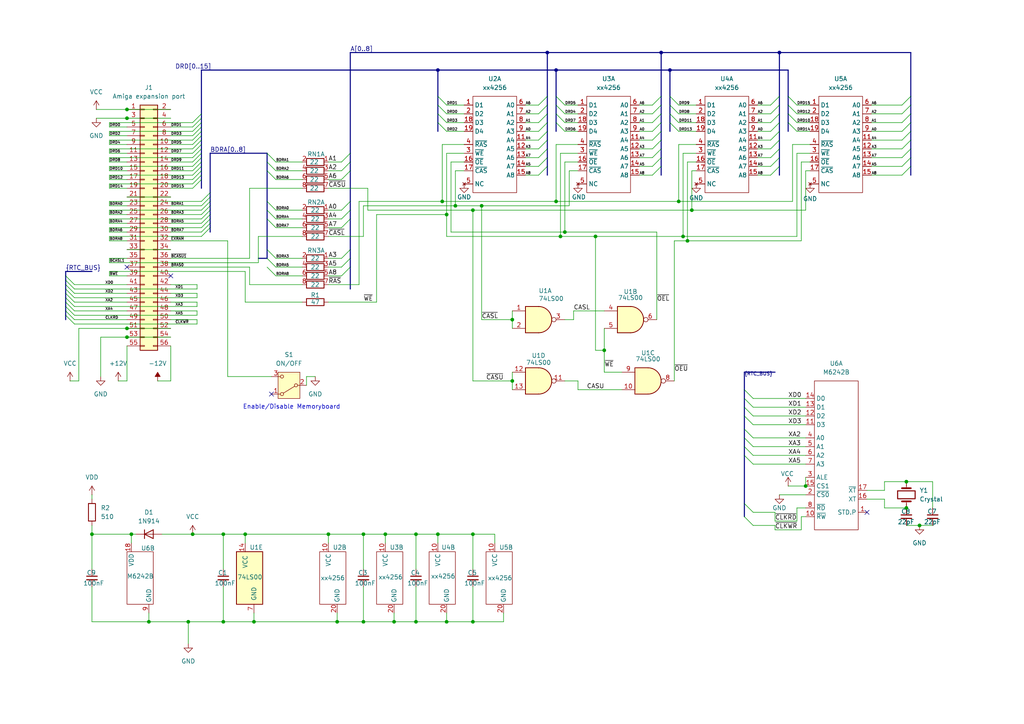
<source format=kicad_sch>
(kicad_sch (version 20250114) (generator "eeschema") (generator_version "9.0")
  (paper "A4")
  (title_block (title "Ashcom 512Kb expansion card for an Amiga 500") (date "2025-07-23") (rev "1") (comment 1 "Schematic reverse engineered from an Ashcom PCB"))
  (bus_alias "RTC_BUS" (members "XD0" "XD1" "XD2" "XD3" "XA2" "XA3" "XA4" "XA5" "~{CLKRD}" "~{CLKWR}"))
  (text "Enable/Disable Memoryboard" (at 84.582 118.11 0) (effects (font (size 1.27 1.27))))
  (junction (at 199.39 69.85))
  (junction (at 114.3 180.34))
  (junction (at 175.26 101.6))
  (junction (at 127 154.94))
  (junction (at 132.08 59.69))
  (junction (at 36.83 95.25))
  (junction (at 111.76 154.94))
  (junction (at 196.85 58.42))
  (junction (at 137.16 154.94))
  (junction (at 55.88 154.94))
  (junction (at 64.77 154.94))
  (junction (at 137.16 180.34))
  (junction (at 95.25 154.94))
  (junction (at 139.7 59.69))
  (junction (at 137.16 60.96))
  (junction (at 148.59 92.71))
  (junction (at 120.65 180.34))
  (junction (at 266.7 152.4))
  (junction (at 161.29 20.32))
  (junction (at 161.29 58.42))
  (junction (at 262.89 147.32))
  (junction (at 36.83 34.29))
  (junction (at 172.72 68.58))
  (junction (at 198.12 68.58))
  (junction (at 71.12 154.94))
  (junction (at 129.54 62.23))
  (junction (at 194.31 20.32))
  (junction (at 36.83 31.75))
  (junction (at 129.54 180.34))
  (junction (at 233.68 140.97))
  (junction (at 38.1 154.94))
  (junction (at 162.56 68.58))
  (junction (at 97.79 180.34))
  (junction (at 54.61 180.34))
  (junction (at 36.83 97.79))
  (junction (at 128.27 58.42))
  (junction (at 43.18 180.34))
  (junction (at 120.65 154.94))
  (junction (at 148.59 110.49))
  (junction (at 105.41 154.94))
  (junction (at 64.77 180.34))
  (junction (at 158.75 15.24))
  (junction (at 226.06 15.24))
  (junction (at 262.89 139.7))
  (junction (at 163.83 67.31))
  (junction (at 127 20.32))
  (junction (at 105.41 180.34))
  (junction (at 26.67 154.94))
  (junction (at 191.77 15.24))
  (junction (at 73.66 180.34))
  (junction (at 200.66 60.96))
  (no_connect (at 251.46 148.59))
  (no_connect (at 36.83 77.47))
  (no_connect (at 78.74 114.3))
  (no_connect (at 49.53 80.01))
  (bus_entry (at 60.96 64.77) (size -2.54 2.54))
  (bus_entry (at 191.77 30.48) (size -2.54 2.54))
  (bus_entry (at 228.6 30.48) (size 2.54 2.54))
  (bus_entry (at 215.9 115.57) (size 2.54 2.54))
  (bus_entry (at 77.47 72.39) (size 2.54 2.54))
  (bus_entry (at 228.6 33.02) (size 2.54 2.54))
  (bus_entry (at 19.05 82.55) (size 2.54 2.54))
  (bus_entry (at 58.42 34.29) (size -2.54 2.54))
  (bus_entry (at 226.06 40.64) (size -2.54 2.54))
  (bus_entry (at 60.96 59.69) (size -2.54 2.54))
  (bus_entry (at 158.75 43.18) (size -2.54 2.54))
  (bus_entry (at 194.31 27.94) (size 2.54 2.54))
  (bus_entry (at 60.96 66.04) (size -2.54 2.54))
  (bus_entry (at 19.05 83.82) (size 2.54 2.54))
  (bus_entry (at 264.16 43.18) (size -2.54 2.54))
  (bus_entry (at 228.6 27.94) (size 2.54 2.54))
  (bus_entry (at 215.9 132.08) (size 2.54 2.54))
  (bus_entry (at 264.16 40.64) (size -2.54 2.54))
  (bus_entry (at 58.42 39.37) (size -2.54 2.54))
  (bus_entry (at 226.06 33.02) (size -2.54 2.54))
  (bus_entry (at 191.77 35.56) (size -2.54 2.54))
  (bus_entry (at 264.16 27.94) (size -2.54 2.54))
  (bus_entry (at 226.06 35.56) (size -2.54 2.54))
  (bus_entry (at 215.9 129.54) (size 2.54 2.54))
  (bus_entry (at 58.42 40.64) (size -2.54 2.54))
  (bus_entry (at 101.6 60.96) (size -2.54 2.54))
  (bus_entry (at 215.9 124.46) (size 2.54 2.54))
  (bus_entry (at 101.6 77.47) (size -2.54 2.54))
  (bus_entry (at 60.96 60.96) (size -2.54 2.54))
  (bus_entry (at 19.05 81.28) (size 2.54 2.54))
  (bus_entry (at 58.42 43.18) (size -2.54 2.54))
  (bus_entry (at 158.75 48.26) (size -2.54 2.54))
  (bus_entry (at 264.16 33.02) (size -2.54 2.54))
  (bus_entry (at 191.77 40.64) (size -2.54 2.54))
  (bus_entry (at 58.42 36.83) (size -2.54 2.54))
  (bus_entry (at 161.29 30.48) (size 2.54 2.54))
  (bus_entry (at 226.06 30.48) (size -2.54 2.54))
  (bus_entry (at 19.05 80.01) (size 2.54 2.54))
  (bus_entry (at 77.47 77.47) (size 2.54 2.54))
  (bus_entry (at 58.42 35.56) (size -2.54 2.54))
  (bus_entry (at 215.9 118.11) (size 2.54 2.54))
  (bus_entry (at 264.16 45.72) (size -2.54 2.54))
  (bus_entry (at 77.47 58.42) (size 2.54 2.54))
  (bus_entry (at 60.96 62.23) (size -2.54 2.54))
  (bus_entry (at 191.77 48.26) (size -2.54 2.54))
  (bus_entry (at 191.77 27.94) (size -2.54 2.54))
  (bus_entry (at 19.05 90.17) (size 2.54 2.54))
  (bus_entry (at 194.31 35.56) (size 2.54 2.54))
  (bus_entry (at 194.31 33.02) (size 2.54 2.54))
  (bus_entry (at 101.6 46.99) (size -2.54 2.54))
  (bus_entry (at 19.05 88.9) (size 2.54 2.54))
  (bus_entry (at 58.42 45.72) (size -2.54 2.54))
  (bus_entry (at 101.6 44.45) (size -2.54 2.54))
  (bus_entry (at 19.05 85.09) (size 2.54 2.54))
  (bus_entry (at 194.31 30.48) (size 2.54 2.54))
  (bus_entry (at 77.47 63.5) (size 2.54 2.54))
  (bus_entry (at 158.75 27.94) (size -2.54 2.54))
  (bus_entry (at 60.96 57.15) (size -2.54 2.54))
  (bus_entry (at 226.06 27.94) (size -2.54 2.54))
  (bus_entry (at 215.9 113.03) (size 2.54 2.54))
  (bus_entry (at 191.77 45.72) (size -2.54 2.54))
  (bus_entry (at 60.96 63.5) (size -2.54 2.54))
  (bus_entry (at 264.16 38.1) (size -2.54 2.54))
  (bus_entry (at 161.29 33.02) (size 2.54 2.54))
  (bus_entry (at 58.42 44.45) (size -2.54 2.54))
  (bus_entry (at 158.75 38.1) (size -2.54 2.54))
  (bus_entry (at 158.75 30.48) (size -2.54 2.54))
  (bus_entry (at 58.42 41.91) (size -2.54 2.54))
  (bus_entry (at 101.6 58.42) (size -2.54 2.54))
  (bus_entry (at 77.47 49.53) (size 2.54 2.54))
  (bus_entry (at 215.9 149.86) (size 2.54 2.54))
  (bus_entry (at 58.42 33.02) (size -2.54 2.54))
  (bus_entry (at 58.42 48.26) (size -2.54 2.54))
  (bus_entry (at 226.06 45.72) (size -2.54 2.54))
  (bus_entry (at 58.42 38.1) (size -2.54 2.54))
  (bus_entry (at 127 27.94) (size 2.54 2.54))
  (bus_entry (at 161.29 35.56) (size 2.54 2.54))
  (bus_entry (at 158.75 33.02) (size -2.54 2.54))
  (bus_entry (at 77.47 44.45) (size 2.54 2.54))
  (bus_entry (at 264.16 30.48) (size -2.54 2.54))
  (bus_entry (at 58.42 50.8) (size -2.54 2.54))
  (bus_entry (at 191.77 33.02) (size -2.54 2.54))
  (bus_entry (at 191.77 43.18) (size -2.54 2.54))
  (bus_entry (at 215.9 120.65) (size 2.54 2.54))
  (bus_entry (at 58.42 46.99) (size -2.54 2.54))
  (bus_entry (at 226.06 43.18) (size -2.54 2.54))
  (bus_entry (at 127 33.02) (size 2.54 2.54))
  (bus_entry (at 77.47 46.99) (size 2.54 2.54))
  (bus_entry (at 161.29 27.94) (size 2.54 2.54))
  (bus_entry (at 158.75 35.56) (size -2.54 2.54))
  (bus_entry (at 101.6 49.53) (size -2.54 2.54))
  (bus_entry (at 77.47 60.96) (size 2.54 2.54))
  (bus_entry (at 60.96 58.42) (size -2.54 2.54))
  (bus_entry (at 77.47 74.93) (size 2.54 2.54))
  (bus_entry (at 58.42 52.07) (size -2.54 2.54))
  (bus_entry (at 19.05 86.36) (size 2.54 2.54))
  (bus_entry (at 127 30.48) (size 2.54 2.54))
  (bus_entry (at 264.16 48.26) (size -2.54 2.54))
  (bus_entry (at 215.9 127) (size 2.54 2.54))
  (bus_entry (at 215.9 146.05) (size 2.54 2.54))
  (bus_entry (at 60.96 55.88) (size -2.54 2.54))
  (bus_entry (at 58.42 49.53) (size -2.54 2.54))
  (bus_entry (at 19.05 87.63) (size 2.54 2.54))
  (bus_entry (at 158.75 40.64) (size -2.54 2.54))
  (bus_entry (at 228.6 35.56) (size 2.54 2.54))
  (bus_entry (at 101.6 74.93) (size -2.54 2.54))
  (bus_entry (at 264.16 35.56) (size -2.54 2.54))
  (bus_entry (at 191.77 38.1) (size -2.54 2.54))
  (bus_entry (at 226.06 38.1) (size -2.54 2.54))
  (bus_entry (at 158.75 45.72) (size -2.54 2.54))
  (bus_entry (at 101.6 72.39) (size -2.54 2.54))
  (bus_entry (at 101.6 63.5) (size -2.54 2.54))
  (bus_entry (at 19.05 91.44) (size 2.54 2.54))
  (bus_entry (at 127 35.56) (size 2.54 2.54))
  (bus_entry (at 226.06 48.26) (size -2.54 2.54))
  (bus (pts (xy 19.05 83.82) (xy 19.05 85.09)))
  (bus (pts (xy 58.42 34.29) (xy 58.42 35.56)))
  (wire (pts (xy 196.85 41.91) (xy 201.93 41.91)))
  (wire (pts (xy 31.75 66.04) (xy 31.75 67.31)))
  (bus (pts (xy 264.16 48.26) (xy 264.16 50.8)))
  (wire (pts (xy 232.41 46.99) (xy 234.95 46.99)))
  (wire (pts (xy 172.72 68.58) (xy 198.12 68.58)))
  (wire (pts (xy 31.75 39.37) (xy 36.83 39.37)))
  (bus (pts (xy 161.29 30.48) (xy 161.29 33.02)))
  (wire (pts (xy 232.41 149.86) (xy 233.68 149.86)))
  (wire (pts (xy 66.04 69.85) (xy 49.53 69.85)))
  (wire (pts (xy 31.75 35.56) (xy 31.75 36.83)))
  (wire (pts (xy 120.65 180.34) (xy 129.54 180.34)))
  (bus (pts (xy 264.16 35.56) (xy 264.16 38.1)))
  (wire (pts (xy 55.88 154.94) (xy 64.77 154.94)))
  (wire (pts (xy 163.83 92.71) (xy 166.37 92.71)))
  (bus (pts (xy 77.47 72.39) (xy 77.47 63.5)))
  (wire (pts (xy 31.75 68.58) (xy 31.75 69.85)))
  (bus (pts (xy 60.96 55.88) (xy 60.96 57.15)))
  (wire (pts (xy 21.59 88.9) (xy 57.15 88.9)))
  (wire (pts (xy 231.14 147.32) (xy 233.68 147.32)))
  (wire (pts (xy 26.67 170.18) (xy 26.67 180.34)))
  (wire (pts (xy 31.75 59.69) (xy 31.75 58.42)))
  (wire (pts (xy 252.73 30.48) (xy 261.62 30.48)))
  (bus (pts (xy 215.9 107.95) (xy 215.9 113.03)))
  (wire (pts (xy 55.88 48.26) (xy 31.75 48.26)))
  (wire (pts (xy 72.39 77.47) (xy 72.39 82.55)))
  (wire (pts (xy 49.53 62.23) (xy 58.42 62.23)))
  (wire (pts (xy 36.83 74.93) (xy 31.75 74.93)))
  (wire (pts (xy 71.12 154.94) (xy 95.25 154.94)))
  (bus (pts (xy 264.16 15.24) (xy 264.16 27.94)))
  (wire (pts (xy 120.65 154.94) (xy 127 154.94)))
  (bus (pts (xy 158.75 45.72) (xy 158.75 48.26)))
  (wire (pts (xy 36.83 97.79) (xy 49.53 97.79)))
  (bus (pts (xy 215.9 127) (xy 215.9 129.54)))
  (wire (pts (xy 21.59 90.17) (xy 36.83 90.17)))
  (wire (pts (xy 49.53 64.77) (xy 58.42 64.77)))
  (wire (pts (xy 148.59 90.17) (xy 148.59 92.71)))
  (wire (pts (xy 199.39 69.85) (xy 232.41 69.85)))
  (wire (pts (xy 185.42 40.64) (xy 189.23 40.64)))
  (wire (pts (xy 152.4 50.8) (xy 156.21 50.8)))
  (wire (pts (xy 31.75 63.5) (xy 31.75 64.77)))
  (wire (pts (xy 55.88 38.1) (xy 31.75 38.1)))
  (wire (pts (xy 95.25 82.55) (xy 104.14 82.55)))
  (wire (pts (xy 36.83 31.75) (xy 49.53 31.75)))
  (wire (pts (xy 21.59 83.82) (xy 57.15 83.82)))
  (wire (pts (xy 218.44 120.65) (xy 233.68 120.65)))
  (wire (pts (xy 49.53 52.07) (xy 55.88 52.07)))
  (bus (pts (xy 58.42 43.18) (xy 58.42 44.45)))
  (bus (pts (xy 215.9 124.46) (xy 215.9 127)))
  (bus (pts (xy 226.06 45.72) (xy 226.06 48.26)))
  (wire (pts (xy 234.95 49.53) (xy 233.68 49.53)))
  (wire (pts (xy 196.85 58.42) (xy 229.87 58.42)))
  (bus (pts (xy 77.47 60.96) (xy 77.47 63.5)))
  (wire (pts (xy 49.53 110.49) (xy 49.53 100.33)))
  (bus (pts (xy 77.47 46.99) (xy 77.47 44.45)))
  (wire (pts (xy 55.88 35.56) (xy 31.75 35.56)))
  (wire (pts (xy 57.15 83.82) (xy 57.15 82.55)))
  (wire (pts (xy 38.1 154.94) (xy 38.1 157.48)))
  (wire (pts (xy 105.41 59.69) (xy 105.41 68.58)))
  (wire (pts (xy 256.54 144.78) (xy 256.54 147.32)))
  (wire (pts (xy 21.59 93.98) (xy 57.15 93.98)))
  (bus (pts (xy 191.77 48.26) (xy 191.77 50.8)))
  (wire (pts (xy 175.26 95.25) (xy 175.26 101.6)))
  (wire (pts (xy 120.65 154.94) (xy 120.65 165.1)))
  (wire (pts (xy 196.85 33.02) (xy 201.93 33.02)))
  (wire (pts (xy 129.54 177.8) (xy 129.54 180.34)))
  (wire (pts (xy 256.54 139.7) (xy 262.89 139.7)))
  (wire (pts (xy 31.75 67.31) (xy 36.83 67.31)))
  (wire (pts (xy 104.14 82.55) (xy 104.14 58.42)))
  (bus (pts (xy 127 20.32) (xy 127 27.94)))
  (wire (pts (xy 55.88 45.72) (xy 31.75 45.72)))
  (wire (pts (xy 137.16 110.49) (xy 148.59 110.49)))
  (wire (pts (xy 80.01 66.04) (xy 87.63 66.04)))
  (wire (pts (xy 114.3 177.8) (xy 114.3 180.34)))
  (wire (pts (xy 26.67 154.94) (xy 26.67 165.1)))
  (wire (pts (xy 137.16 154.94) (xy 137.16 165.1)))
  (bus (pts (xy 101.6 74.93) (xy 101.6 72.39)))
  (bus (pts (xy 58.42 44.45) (xy 58.42 45.72)))
  (wire (pts (xy 31.75 40.64) (xy 31.75 41.91)))
  (bus (pts (xy 58.42 40.64) (xy 58.42 41.91)))
  (wire (pts (xy 109.22 62.23) (xy 129.54 62.23)))
  (wire (pts (xy 57.15 86.36) (xy 57.15 85.09)))
  (wire (pts (xy 72.39 54.61) (xy 87.63 54.61)))
  (wire (pts (xy 49.53 49.53) (xy 55.88 49.53)))
  (wire (pts (xy 31.75 52.07) (xy 36.83 52.07)))
  (wire (pts (xy 148.59 110.49) (xy 148.59 113.03)))
  (wire (pts (xy 66.04 69.85) (xy 66.04 109.22)))
  (bus (pts (xy 60.96 59.69) (xy 60.96 60.96)))
  (wire (pts (xy 20.32 110.49) (xy 22.86 110.49)))
  (wire (pts (xy 252.73 43.18) (xy 261.62 43.18)))
  (wire (pts (xy 190.5 67.31) (xy 163.83 67.31)))
  (wire (pts (xy 162.56 44.45) (xy 162.56 68.58)))
  (bus (pts (xy 58.42 45.72) (xy 58.42 46.99)))
  (bus (pts (xy 191.77 33.02) (xy 191.77 35.56)))
  (wire (pts (xy 231.14 151.13) (xy 231.14 147.32)))
  (wire (pts (xy 218.44 152.4) (xy 224.79 152.4)))
  (wire (pts (xy 26.67 144.78) (xy 26.67 143.51)))
  (wire (pts (xy 21.59 85.09) (xy 36.83 85.09)))
  (wire (pts (xy 80.01 74.93) (xy 87.63 74.93)))
  (wire (pts (xy 31.75 36.83) (xy 36.83 36.83)))
  (wire (pts (xy 49.53 41.91) (xy 55.88 41.91)))
  (bus (pts (xy 19.05 87.63) (xy 19.05 88.9)))
  (wire (pts (xy 31.75 78.74) (xy 71.12 78.74)))
  (wire (pts (xy 54.61 180.34) (xy 64.77 180.34)))
  (bus (pts (xy 19.05 85.09) (xy 19.05 86.36)))
  (wire (pts (xy 38.1 154.94) (xy 39.37 154.94)))
  (wire (pts (xy 58.42 68.58) (xy 31.75 68.58)))
  (bus (pts (xy 228.6 20.32) (xy 228.6 27.94)))
  (wire (pts (xy 95.25 154.94) (xy 95.25 157.48)))
  (wire (pts (xy 57.15 93.98) (xy 57.15 92.71)))
  (wire (pts (xy 120.65 180.34) (xy 114.3 180.34)))
  (wire (pts (xy 137.16 180.34) (xy 129.54 180.34)))
  (wire (pts (xy 163.83 38.1) (xy 167.64 38.1)))
  (bus (pts (xy 264.16 30.48) (xy 264.16 33.02)))
  (bus (pts (xy 226.06 15.24) (xy 264.16 15.24)))
  (bus (pts (xy 215.9 146.05) (xy 215.9 149.86)))
  (wire (pts (xy 233.68 138.43) (xy 233.68 140.97)))
  (wire (pts (xy 80.01 77.47) (xy 87.63 77.47)))
  (wire (pts (xy 95.25 49.53) (xy 99.06 49.53)))
  (wire (pts (xy 97.79 177.8) (xy 97.79 180.34)))
  (wire (pts (xy 36.83 57.15) (xy 49.53 57.15)))
  (wire (pts (xy 43.18 180.34) (xy 54.61 180.34)))
  (wire (pts (xy 161.29 58.42) (xy 196.85 58.42)))
  (wire (pts (xy 31.75 60.96) (xy 31.75 62.23)))
  (bus (pts (xy 191.77 43.18) (xy 191.77 45.72)))
  (wire (pts (xy 80.01 80.01) (xy 87.63 80.01)))
  (wire (pts (xy 57.15 91.44) (xy 57.15 90.17)))
  (wire (pts (xy 199.39 46.99) (xy 199.39 69.85)))
  (wire (pts (xy 74.93 76.2) (xy 74.93 68.58)))
  (wire (pts (xy 31.75 64.77) (xy 36.83 64.77)))
  (bus (pts (xy 58.42 52.07) (xy 58.42 54.61)))
  (wire (pts (xy 148.59 92.71) (xy 148.59 95.25)))
  (wire (pts (xy 219.71 30.48) (xy 223.52 30.48)))
  (bus (pts (xy 60.96 60.96) (xy 60.96 62.23)))
  (wire (pts (xy 120.65 154.94) (xy 111.76 154.94)))
  (wire (pts (xy 95.25 80.01) (xy 99.06 80.01)))
  (wire (pts (xy 49.53 74.93) (xy 72.39 74.93)))
  (wire (pts (xy 161.29 58.42) (xy 161.29 41.91)))
  (wire (pts (xy 80.01 52.07) (xy 87.63 52.07)))
  (bus (pts (xy 101.6 46.99) (xy 101.6 44.45)))
  (bus (pts (xy 101.6 63.5) (xy 101.6 60.96)))
  (wire (pts (xy 22.86 110.49) (xy 22.86 95.25)))
  (wire (pts (xy 95.25 63.5) (xy 99.06 63.5)))
  (bus (pts (xy 161.29 27.94) (xy 161.29 30.48)))
  (bus (pts (xy 191.77 27.94) (xy 191.77 30.48)))
  (wire (pts (xy 185.42 35.56) (xy 189.23 35.56)))
  (wire (pts (xy 49.53 36.83) (xy 55.88 36.83)))
  (wire (pts (xy 43.18 180.34) (xy 43.18 177.8)))
  (bus (pts (xy 101.6 58.42) (xy 101.6 49.53)))
  (wire (pts (xy 251.46 142.24) (xy 256.54 142.24)))
  (wire (pts (xy 198.12 44.45) (xy 201.93 44.45)))
  (wire (pts (xy 231.14 35.56) (xy 234.95 35.56)))
  (wire (pts (xy 106.68 60.96) (xy 106.68 54.61)))
  (bus (pts (xy 158.75 43.18) (xy 158.75 45.72)))
  (bus (pts (xy 228.6 30.48) (xy 228.6 33.02)))
  (wire (pts (xy 231.14 44.45) (xy 234.95 44.45)))
  (bus (pts (xy 58.42 48.26) (xy 58.42 49.53)))
  (bus (pts (xy 191.77 15.24) (xy 226.06 15.24)))
  (bus (pts (xy 215.9 113.03) (xy 215.9 115.57)))
  (bus (pts (xy 58.42 35.56) (xy 58.42 36.83)))
  (wire (pts (xy 134.62 46.99) (xy 130.81 46.99)))
  (bus (pts (xy 264.16 45.72) (xy 264.16 48.26)))
  (wire (pts (xy 218.44 134.62) (xy 233.68 134.62)))
  (wire (pts (xy 95.25 66.04) (xy 99.06 66.04)))
  (wire (pts (xy 49.53 85.09) (xy 57.15 85.09)))
  (wire (pts (xy 71.12 78.74) (xy 71.12 87.63)))
  (bus (pts (xy 215.9 120.65) (xy 215.9 124.46)))
  (wire (pts (xy 95.25 52.07) (xy 99.06 52.07)))
  (wire (pts (xy 31.75 54.61) (xy 36.83 54.61)))
  (wire (pts (xy 198.12 68.58) (xy 231.14 68.58)))
  (bus (pts (xy 264.16 38.1) (xy 264.16 40.64)))
  (wire (pts (xy 57.15 88.9) (xy 57.15 87.63)))
  (bus (pts (xy 228.6 27.94) (xy 228.6 30.48)))
  (wire (pts (xy 251.46 144.78) (xy 256.54 144.78)))
  (wire (pts (xy 218.44 132.08) (xy 233.68 132.08)))
  (wire (pts (xy 146.05 180.34) (xy 137.16 180.34)))
  (bus (pts (xy 194.31 20.32) (xy 194.31 27.94)))
  (wire (pts (xy 152.4 43.18) (xy 156.21 43.18)))
  (wire (pts (xy 105.41 180.34) (xy 114.3 180.34)))
  (wire (pts (xy 55.88 154.94) (xy 46.99 154.94)))
  (bus (pts (xy 226.06 35.56) (xy 226.06 38.1)))
  (wire (pts (xy 219.71 38.1) (xy 223.52 38.1)))
  (wire (pts (xy 198.12 44.45) (xy 198.12 68.58)))
  (wire (pts (xy 49.53 59.69) (xy 58.42 59.69)))
  (wire (pts (xy 129.54 44.45) (xy 129.54 62.23)))
  (wire (pts (xy 139.7 59.69) (xy 139.7 92.71)))
  (wire (pts (xy 54.61 180.34) (xy 54.61 186.69)))
  (wire (pts (xy 64.77 170.18) (xy 64.77 180.34)))
  (wire (pts (xy 132.08 59.69) (xy 139.7 59.69)))
  (wire (pts (xy 231.14 33.02) (xy 234.95 33.02)))
  (wire (pts (xy 80.01 63.5) (xy 87.63 63.5)))
  (wire (pts (xy 148.59 107.95) (xy 148.59 110.49)))
  (wire (pts (xy 31.75 46.99) (xy 36.83 46.99)))
  (bus (pts (xy 158.75 33.02) (xy 158.75 35.56)))
  (bus (pts (xy 77.47 72.39) (xy 77.47 74.93)))
  (bus (pts (xy 215.9 129.54) (xy 215.9 132.08)))
  (bus (pts (xy 158.75 27.94) (xy 158.75 30.48)))
  (wire (pts (xy 200.66 60.96) (xy 233.68 60.96)))
  (bus (pts (xy 127 30.48) (xy 127 33.02)))
  (wire (pts (xy 31.75 38.1) (xy 31.75 39.37)))
  (wire (pts (xy 224.79 148.59) (xy 224.79 151.13)))
  (wire (pts (xy 120.65 170.18) (xy 120.65 180.34)))
  (wire (pts (xy 190.5 92.71) (xy 190.5 67.31)))
  (wire (pts (xy 139.7 92.71) (xy 148.59 92.71)))
  (bus (pts (xy 191.77 35.56) (xy 191.77 38.1)))
  (bus (pts (xy 191.77 15.24) (xy 191.77 27.94)))
  (bus (pts (xy 77.47 44.45) (xy 60.96 44.45)))
  (wire (pts (xy 49.53 39.37) (xy 55.88 39.37)))
  (bus (pts (xy 226.06 40.64) (xy 226.06 43.18)))
  (wire (pts (xy 152.4 45.72) (xy 156.21 45.72)))
  (wire (pts (xy 218.44 127) (xy 233.68 127)))
  (wire (pts (xy 49.53 67.31) (xy 58.42 67.31)))
  (wire (pts (xy 71.12 154.94) (xy 71.12 157.48)))
  (wire (pts (xy 97.79 180.34) (xy 105.41 180.34)))
  (wire (pts (xy 143.51 154.94) (xy 143.51 157.48)))
  (bus (pts (xy 215.9 132.08) (xy 215.9 146.05)))
  (wire (pts (xy 128.27 58.42) (xy 161.29 58.42)))
  (wire (pts (xy 88.9 111.76) (xy 88.9 109.22)))
  (wire (pts (xy 36.83 80.01) (xy 31.75 80.01)))
  (wire (pts (xy 218.44 148.59) (xy 224.79 148.59)))
  (wire (pts (xy 163.83 35.56) (xy 167.64 35.56)))
  (wire (pts (xy 232.41 153.67) (xy 232.41 149.86)))
  (wire (pts (xy 165.1 59.69) (xy 165.1 49.53)))
  (wire (pts (xy 49.53 82.55) (xy 57.15 82.55)))
  (wire (pts (xy 219.71 50.8) (xy 223.52 50.8)))
  (wire (pts (xy 172.72 68.58) (xy 172.72 101.6)))
  (wire (pts (xy 31.75 76.2) (xy 74.93 76.2)))
  (wire (pts (xy 49.53 46.99) (xy 55.88 46.99)))
  (bus (pts (xy 127 35.56) (xy 127 38.1)))
  (bus (pts (xy 127 20.32) (xy 161.29 20.32)))
  (bus (pts (xy 264.16 33.02) (xy 264.16 35.56)))
  (wire (pts (xy 58.42 60.96) (xy 31.75 60.96)))
  (wire (pts (xy 95.25 87.63) (xy 109.22 87.63)))
  (bus (pts (xy 215.9 107.95) (xy 224.79 107.95)))
  (wire (pts (xy 218.44 118.11) (xy 233.68 118.11)))
  (wire (pts (xy 199.39 46.99) (xy 201.93 46.99)))
  (wire (pts (xy 196.85 35.56) (xy 201.93 35.56)))
  (wire (pts (xy 129.54 68.58) (xy 162.56 68.58)))
  (wire (pts (xy 88.9 109.22) (xy 91.44 109.22)))
  (wire (pts (xy 146.05 180.34) (xy 146.05 177.8)))
  (wire (pts (xy 109.22 87.63) (xy 109.22 62.23)))
  (wire (pts (xy 165.1 49.53) (xy 167.64 49.53)))
  (bus (pts (xy 58.42 33.02) (xy 58.42 34.29)))
  (wire (pts (xy 200.66 49.53) (xy 200.66 60.96)))
  (wire (pts (xy 66.04 109.22) (xy 78.74 109.22)))
  (wire (pts (xy 256.54 147.32) (xy 262.89 147.32)))
  (wire (pts (xy 231.14 30.48) (xy 234.95 30.48)))
  (wire (pts (xy 21.59 92.71) (xy 36.83 92.71)))
  (bus (pts (xy 215.9 118.11) (xy 215.9 120.65)))
  (bus (pts (xy 226.06 27.94) (xy 226.06 30.48)))
  (wire (pts (xy 31.75 43.18) (xy 31.75 44.45)))
  (wire (pts (xy 196.85 30.48) (xy 201.93 30.48)))
  (bus (pts (xy 77.47 49.53) (xy 77.47 46.99)))
  (wire (pts (xy 262.89 139.7) (xy 270.51 139.7)))
  (wire (pts (xy 31.75 58.42) (xy 58.42 58.42)))
  (wire (pts (xy 74.93 68.58) (xy 87.63 68.58)))
  (wire (pts (xy 127 154.94) (xy 127 157.48)))
  (bus (pts (xy 264.16 27.94) (xy 264.16 30.48)))
  (wire (pts (xy 36.83 72.39) (xy 49.53 72.39)))
  (wire (pts (xy 229.87 41.91) (xy 234.95 41.91)))
  (bus (pts (xy 161.29 20.32) (xy 194.31 20.32)))
  (bus (pts (xy 161.29 33.02) (xy 161.29 35.56)))
  (wire (pts (xy 104.14 58.42) (xy 128.27 58.42)))
  (wire (pts (xy 152.4 48.26) (xy 156.21 48.26)))
  (bus (pts (xy 194.31 27.94) (xy 194.31 30.48)))
  (bus (pts (xy 264.16 43.18) (xy 264.16 45.72)))
  (wire (pts (xy 232.41 69.85) (xy 232.41 46.99)))
  (bus (pts (xy 60.96 66.04) (xy 60.96 67.31)))
  (wire (pts (xy 129.54 38.1) (xy 134.62 38.1)))
  (wire (pts (xy 219.71 43.18) (xy 223.52 43.18)))
  (wire (pts (xy 166.37 92.71) (xy 166.37 90.17)))
  (wire (pts (xy 252.73 48.26) (xy 261.62 48.26)))
  (bus (pts (xy 58.42 20.32) (xy 58.42 33.02)))
  (bus (pts (xy 77.47 74.93) (xy 74.93 74.93)))
  (wire (pts (xy 252.73 38.1) (xy 261.62 38.1)))
  (bus (pts (xy 58.42 39.37) (xy 58.42 40.64)))
  (wire (pts (xy 95.25 154.94) (xy 105.41 154.94)))
  (wire (pts (xy 231.14 68.58) (xy 231.14 44.45)))
  (wire (pts (xy 29.21 97.79) (xy 36.83 97.79)))
  (wire (pts (xy 130.81 67.31) (xy 163.83 67.31)))
  (wire (pts (xy 105.41 68.58) (xy 95.25 68.58)))
  (bus (pts (xy 77.47 58.42) (xy 77.47 49.53)))
  (wire (pts (xy 233.68 49.53) (xy 233.68 60.96)))
  (wire (pts (xy 80.01 60.96) (xy 87.63 60.96)))
  (wire (pts (xy 106.68 60.96) (xy 137.16 60.96)))
  (wire (pts (xy 128.27 41.91) (xy 134.62 41.91)))
  (wire (pts (xy 34.29 110.49) (xy 36.83 110.49)))
  (wire (pts (xy 64.77 154.94) (xy 71.12 154.94)))
  (bus (pts (xy 158.75 15.24) (xy 158.75 27.94)))
  (bus (pts (xy 19.05 90.17) (xy 19.05 91.44)))
  (wire (pts (xy 73.66 177.8) (xy 73.66 180.34)))
  (wire (pts (xy 99.06 46.99) (xy 95.25 46.99)))
  (wire (pts (xy 49.53 54.61) (xy 55.88 54.61)))
  (bus (pts (xy 191.77 38.1) (xy 191.77 40.64)))
  (wire (pts (xy 252.73 40.64) (xy 261.62 40.64)))
  (wire (pts (xy 31.75 50.8) (xy 31.75 52.07)))
  (bus (pts (xy 191.77 30.48) (xy 191.77 33.02)))
  (wire (pts (xy 31.75 69.85) (xy 36.83 69.85)))
  (wire (pts (xy 105.41 59.69) (xy 132.08 59.69)))
  (wire (pts (xy 252.73 33.02) (xy 261.62 33.02)))
  (wire (pts (xy 226.06 143.51) (xy 233.68 143.51)))
  (wire (pts (xy 72.39 82.55) (xy 87.63 82.55)))
  (bus (pts (xy 191.77 45.72) (xy 191.77 48.26)))
  (wire (pts (xy 31.75 80.01) (xy 31.75 78.74)))
  (wire (pts (xy 31.75 53.34) (xy 31.75 54.61)))
  (wire (pts (xy 256.54 142.24) (xy 256.54 139.7)))
  (wire (pts (xy 200.66 49.53) (xy 201.93 49.53)))
  (wire (pts (xy 152.4 38.1) (xy 156.21 38.1)))
  (wire (pts (xy 31.75 59.69) (xy 36.83 59.69)))
  (wire (pts (xy 219.71 33.02) (xy 223.52 33.02)))
  (bus (pts (xy 60.96 44.45) (xy 60.96 55.88)))
  (wire (pts (xy 132.08 59.69) (xy 132.08 49.53)))
  (wire (pts (xy 252.73 35.56) (xy 261.62 35.56)))
  (wire (pts (xy 31.75 62.23) (xy 36.83 62.23)))
  (wire (pts (xy 105.41 154.94) (xy 111.76 154.94)))
  (wire (pts (xy 45.72 110.49) (xy 49.53 110.49)))
  (wire (pts (xy 185.42 45.72) (xy 189.23 45.72)))
  (bus (pts (xy 158.75 30.48) (xy 158.75 33.02)))
  (wire (pts (xy 64.77 180.34) (xy 73.66 180.34)))
  (wire (pts (xy 139.7 59.69) (xy 165.1 59.69)))
  (bus (pts (xy 191.77 40.64) (xy 191.77 43.18)))
  (bus (pts (xy 226.06 15.24) (xy 226.06 27.94)))
  (wire (pts (xy 163.83 67.31) (xy 163.83 46.99)))
  (wire (pts (xy 129.54 44.45) (xy 134.62 44.45)))
  (wire (pts (xy 266.7 152.4) (xy 270.51 152.4)))
  (wire (pts (xy 167.64 110.49) (xy 167.64 113.03)))
  (wire (pts (xy 196.85 58.42) (xy 196.85 41.91)))
  (wire (pts (xy 129.54 35.56) (xy 134.62 35.56)))
  (wire (pts (xy 185.42 50.8) (xy 189.23 50.8)))
  (wire (pts (xy 196.85 38.1) (xy 201.93 38.1)))
  (wire (pts (xy 31.75 45.72) (xy 31.75 46.99)))
  (wire (pts (xy 152.4 30.48) (xy 156.21 30.48)))
  (bus (pts (xy 58.42 49.53) (xy 58.42 50.8)))
  (bus (pts (xy 58.42 20.32) (xy 127 20.32)))
  (wire (pts (xy 36.83 110.49) (xy 36.83 100.33)))
  (wire (pts (xy 185.42 33.02) (xy 189.23 33.02)))
  (bus (pts (xy 19.05 81.28) (xy 19.05 82.55)))
  (bus (pts (xy 226.06 33.02) (xy 226.06 35.56)))
  (wire (pts (xy 262.89 152.4) (xy 266.7 152.4)))
  (wire (pts (xy 128.27 58.42) (xy 128.27 41.91)))
  (bus (pts (xy 101.6 60.96) (xy 101.6 58.42)))
  (bus (pts (xy 19.05 80.01) (xy 19.05 81.28)))
  (bus (pts (xy 60.96 63.5) (xy 60.96 64.77)))
  (bus (pts (xy 101.6 44.45) (xy 101.6 15.24)))
  (wire (pts (xy 162.56 68.58) (xy 172.72 68.58)))
  (bus (pts (xy 19.05 82.55) (xy 19.05 83.82)))
  (wire (pts (xy 21.59 86.36) (xy 57.15 86.36)))
  (wire (pts (xy 270.51 139.7) (xy 270.51 147.32)))
  (wire (pts (xy 224.79 153.67) (xy 232.41 153.67)))
  (wire (pts (xy 152.4 33.02) (xy 156.21 33.02)))
  (wire (pts (xy 185.42 48.26) (xy 189.23 48.26)))
  (bus (pts (xy 158.75 40.64) (xy 158.75 43.18)))
  (wire (pts (xy 26.67 180.34) (xy 43.18 180.34)))
  (wire (pts (xy 137.16 60.96) (xy 200.66 60.96)))
  (wire (pts (xy 80.01 46.99) (xy 87.63 46.99)))
  (bus (pts (xy 60.96 57.15) (xy 60.96 58.42)))
  (bus (pts (xy 58.42 36.83) (xy 58.42 38.1)))
  (wire (pts (xy 219.71 40.64) (xy 223.52 40.64)))
  (wire (pts (xy 31.75 44.45) (xy 36.83 44.45)))
  (wire (pts (xy 49.53 44.45) (xy 55.88 44.45)))
  (wire (pts (xy 130.81 46.99) (xy 130.81 67.31)))
  (wire (pts (xy 49.53 77.47) (xy 72.39 77.47)))
  (wire (pts (xy 228.6 140.97) (xy 233.68 140.97)))
  (wire (pts (xy 219.71 48.26) (xy 223.52 48.26)))
  (wire (pts (xy 95.25 54.61) (xy 106.68 54.61)))
  (wire (pts (xy 163.83 33.02) (xy 167.64 33.02)))
  (bus (pts (xy 101.6 49.53) (xy 101.6 46.99)))
  (bus (pts (xy 194.31 20.32) (xy 228.6 20.32)))
  (wire (pts (xy 26.67 154.94) (xy 38.1 154.94)))
  (bus (pts (xy 161.29 20.32) (xy 161.29 27.94)))
  (bus (pts (xy 58.42 46.99) (xy 58.42 48.26)))
  (wire (pts (xy 143.51 154.94) (xy 137.16 154.94)))
  (wire (pts (xy 129.54 30.48) (xy 134.62 30.48)))
  (wire (pts (xy 163.83 110.49) (xy 167.64 110.49)))
  (bus (pts (xy 226.06 38.1) (xy 226.06 40.64)))
  (bus (pts (xy 264.16 40.64) (xy 264.16 43.18)))
  (wire (pts (xy 166.37 90.17) (xy 175.26 90.17)))
  (wire (pts (xy 55.88 50.8) (xy 31.75 50.8)))
  (bus (pts (xy 228.6 35.56) (xy 228.6 38.1)))
  (wire (pts (xy 229.87 58.42) (xy 229.87 41.91)))
  (bus (pts (xy 19.05 78.74) (xy 19.05 80.01)))
  (bus (pts (xy 158.75 48.26) (xy 158.75 50.8)))
  (wire (pts (xy 95.25 60.96) (xy 99.06 60.96)))
  (wire (pts (xy 71.12 87.63) (xy 87.63 87.63)))
  (wire (pts (xy 26.67 154.94) (xy 26.67 152.4)))
  (wire (pts (xy 195.58 69.85) (xy 195.58 110.49)))
  (bus (pts (xy 60.96 58.42) (xy 60.96 59.69)))
  (bus (pts (xy 226.06 30.48) (xy 226.06 33.02)))
  (bus (pts (xy 158.75 38.1) (xy 158.75 40.64)))
  (wire (pts (xy 64.77 154.94) (xy 64.77 165.1)))
  (wire (pts (xy 137.16 170.18) (xy 137.16 180.34)))
  (wire (pts (xy 21.59 87.63) (xy 36.83 87.63)))
  (bus (pts (xy 19.05 91.44) (xy 19.05 92.71)))
  (wire (pts (xy 105.41 154.94) (xy 105.41 165.1)))
  (wire (pts (xy 95.25 77.47) (xy 99.06 77.47)))
  (wire (pts (xy 31.75 48.26) (xy 31.75 49.53)))
  (wire (pts (xy 58.42 63.5) (xy 31.75 63.5)))
  (wire (pts (xy 218.44 115.57) (xy 233.68 115.57)))
  (wire (pts (xy 129.54 62.23) (xy 129.54 68.58)))
  (bus (pts (xy 58.42 41.91) (xy 58.42 43.18)))
  (wire (pts (xy 195.58 69.85) (xy 199.39 69.85)))
  (bus (pts (xy 127 27.94) (xy 127 30.48)))
  (wire (pts (xy 27.94 34.29) (xy 36.83 34.29)))
  (wire (pts (xy 152.4 35.56) (xy 156.21 35.56)))
  (wire (pts (xy 185.42 38.1) (xy 189.23 38.1)))
  (wire (pts (xy 58.42 66.04) (xy 31.75 66.04)))
  (wire (pts (xy 31.75 49.53) (xy 36.83 49.53)))
  (bus (pts (xy 158.75 35.56) (xy 158.75 38.1)))
  (wire (pts (xy 137.16 154.94) (xy 127 154.94)))
  (wire (pts (xy 175.26 107.95) (xy 180.34 107.95)))
  (bus (pts (xy 161.29 35.56) (xy 161.29 38.1)))
  (wire (pts (xy 105.41 170.18) (xy 105.41 180.34)))
  (bus (pts (xy 101.6 77.47) (xy 101.6 74.93)))
  (wire (pts (xy 137.16 60.96) (xy 137.16 110.49)))
  (bus (pts (xy 127 33.02) (xy 127 35.56)))
  (wire (pts (xy 49.53 92.71) (xy 57.15 92.71)))
  (wire (pts (xy 132.08 49.53) (xy 134.62 49.53)))
  (bus (pts (xy 60.96 64.77) (xy 60.96 66.04)))
  (wire (pts (xy 55.88 53.34) (xy 31.75 53.34)))
  (bus (pts (xy 226.06 43.18) (xy 226.06 45.72)))
  (wire (pts (xy 161.29 41.91) (xy 167.64 41.91)))
  (wire (pts (xy 167.64 44.45) (xy 162.56 44.45)))
  (bus (pts (xy 77.47 60.96) (xy 77.47 58.42)))
  (wire (pts (xy 185.42 43.18) (xy 189.23 43.18)))
  (wire (pts (xy 163.83 30.48) (xy 167.64 30.48)))
  (wire (pts (xy 218.44 129.54) (xy 233.68 129.54)))
  (bus (pts (xy 101.6 83.82) (xy 101.6 77.47)))
  (wire (pts (xy 55.88 40.64) (xy 31.75 40.64)))
  (wire (pts (xy 129.54 33.02) (xy 134.62 33.02)))
  (wire (pts (xy 36.83 34.29) (xy 49.53 34.29)))
  (wire (pts (xy 163.83 46.99) (xy 167.64 46.99)))
  (wire (pts (xy 252.73 45.72) (xy 261.62 45.72)))
  (wire (pts (xy 231.14 38.1) (xy 234.95 38.1)))
  (bus (pts (xy 19.05 86.36) (xy 19.05 87.63)))
  (wire (pts (xy 31.75 74.93) (xy 31.75 76.2)))
  (bus (pts (xy 58.42 38.1) (xy 58.42 39.37)))
  (bus (pts (xy 19.05 88.9) (xy 19.05 90.17)))
  (wire (pts (xy 72.39 74.93) (xy 72.39 54.61)))
  (wire (pts (xy 219.71 45.72) (xy 223.52 45.72)))
  (wire (pts (xy 36.83 95.25) (xy 49.53 95.25)))
  (wire (pts (xy 219.71 35.56) (xy 223.52 35.56)))
  (bus (pts (xy 60.96 62.23) (xy 60.96 63.5)))
  (bus (pts (xy 58.42 50.8) (xy 58.42 52.07)))
  (bus (pts (xy 101.6 15.24) (xy 158.75 15.24)))
  (wire (pts (xy 29.21 109.22) (xy 29.21 97.79)))
  (wire (pts (xy 152.4 40.64) (xy 156.21 40.64)))
  (wire (pts (xy 31.75 41.91) (xy 36.83 41.91)))
  (wire (pts (xy 224.79 151.13) (xy 231.14 151.13)))
  (wire (pts (xy 73.66 180.34) (xy 97.79 180.34)))
  (wire (pts (xy 95.25 74.93) (xy 99.06 74.93)))
  (bus (pts (xy 19.05 78.74) (xy 26.67 78.74)))
  (bus (pts (xy 101.6 72.39) (xy 101.6 63.5)))
  (wire (pts (xy 21.59 91.44) (xy 57.15 91.44)))
  (bus (pts (xy 194.31 33.02) (xy 194.31 35.56)))
  (wire (pts (xy 252.73 50.8) (xy 261.62 50.8)))
  (wire (pts (xy 27.94 31.75) (xy 36.83 31.75)))
  (wire (pts (xy 57.15 90.17) (xy 49.53 90.17)))
  (bus (pts (xy 215.9 115.57) (xy 215.9 118.11)))
  (wire (pts (xy 185.42 30.48) (xy 189.23 30.48)))
  (bus (pts (xy 194.31 30.48) (xy 194.31 33.02)))
  (wire (pts (xy 167.64 113.03) (xy 180.34 113.03)))
  (bus (pts (xy 228.6 33.02) (xy 228.6 35.56)))
  (wire (pts (xy 111.76 154.94) (xy 111.76 157.48)))
  (bus (pts (xy 158.75 15.24) (xy 191.77 15.24)))
  (bus (pts (xy 194.31 35.56) (xy 194.31 38.1)))
  (wire (pts (xy 55.88 43.18) (xy 31.75 43.18)))
  (wire (pts (xy 21.59 82.55) (xy 36.83 82.55)))
  (wire (pts (xy 175.26 101.6) (xy 175.26 107.95)))
  (wire (pts (xy 80.01 49.53) (xy 87.63 49.53)))
  (wire (pts (xy 224.79 152.4) (xy 224.79 153.67)))
  (wire (pts (xy 49.53 87.63) (xy 57.15 87.63)))
  (wire (pts (xy 22.86 95.25) (xy 36.83 95.25)))
  (wire (pts (xy 218.44 123.19) (xy 233.68 123.19)))
  (wire (pts (xy 172.72 101.6) (xy 175.26 101.6)))
  (bus (pts (xy 226.06 48.26) (xy 226.06 50.8)))
  (label "BDRA2" (at 80.01 49.53 0) (effects (font (size 0.762 0.762))))
  (label "A1" (at 152.4 35.56 0) (effects (font (size 0.762 0.762))))
  (label "A7" (at 219.71 45.72 0) (effects (font (size 0.762 0.762))))
  (label "DRD7" (at 163.83 35.56 0) (effects (font (size 0.762 0.762))))
  (label "{RTC_BUS}" (at 19.05 78.74 0))
  (label "XD0" (at 30.48 82.55 0) (effects (font (size 0.762 0.762))))
  (label "A6" (at 252.73 30.48 0) (effects (font (size 0.762 0.762))))
  (label "A0" (at 152.4 38.1 0) (effects (font (size 0.762 0.762))))
  (label "XA3" (at 228.6 129.54 0))
  (label "A2" (at 95.25 49.53 0))
  (label "BDRA[0..8]" (at 60.96 44.45 0))
  (label "~{RAS}" (at 95.25 82.55 0))
  (label "BDRA4" (at 80.01 63.5 0) (effects (font (size 0.762 0.762))))
  (label "~{WE}" (at 175.26 106.68 0))
  (label "DRD1" (at 49.53 36.83 0) (effects (font (size 0.762 0.762))))
  (label "A1" (at 219.71 35.56 0) (effects (font (size 0.762 0.762))))
  (label "~{CLKWR}" (at 50.8 93.98 0) (effects (font (size 0.762 0.762))))
  (label "CASU" (at 170.18 113.03 0))
  (label "DRD3" (at 49.53 39.37 0) (effects (font (size 0.762 0.762))))
  (label "DRD10" (at 31.75 49.53 0) (effects (font (size 0.762 0.762))))
  (label "DRD4" (at 163.83 33.02 0) (effects (font (size 0.762 0.762))))
  (label "A5" (at 252.73 48.26 0) (effects (font (size 0.762 0.762))))
  (label "A8" (at 95.25 80.01 0))
  (label "DRD8" (at 31.75 46.99 0) (effects (font (size 0.762 0.762))))
  (label "XA4" (at 228.6 132.08 0))
  (label "A4" (at 95.25 63.5 0))
  (label "XD3" (at 50.8 86.36 0) (effects (font (size 0.762 0.762))))
  (label "DRD0" (at 31.75 36.83 0) (effects (font (size 0.762 0.762))))
  (label "A7" (at 185.42 45.72 0) (effects (font (size 0.762 0.762))))
  (label "~{CLKWR}" (at 224.79 153.67 0))
  (label "A3" (at 185.42 43.18 0) (effects (font (size 0.762 0.762))))
  (label "BDRA2" (at 31.75 62.23 0) (effects (font (size 0.762 0.762))))
  (label "XA5" (at 228.6 134.62 0))
  (label "A3" (at 252.73 43.18 0) (effects (font (size 0.762 0.762))))
  (label "DRD14" (at 231.14 38.1 0) (effects (font (size 0.762 0.762))))
  (label "DRD15" (at 49.53 54.61 0) (effects (font (size 0.762 0.762))))
  (label "~{CASL}" (at 95.25 68.58 0))
  (label "DRD10" (at 231.14 35.56 0) (effects (font (size 0.762 0.762))))
  (label "~{EXRAM}" (at 49.53 69.85 0) (effects (font (size 0.762 0.762))))
  (label "DRD13" (at 49.53 52.07 0) (effects (font (size 0.762 0.762))))
  (label "DRD12" (at 231.14 33.02 0) (effects (font (size 0.762 0.762))))
  (label "{RTC_BUS}" (at 215.9 109.22 0) (effects (font (size 1.016 1.016))))
  (label "XA4" (at 30.48 90.17 0) (effects (font (size 0.762 0.762))))
  (label "A1" (at 185.42 35.56 0) (effects (font (size 0.762 0.762))))
  (label "DRD2" (at 31.75 39.37 0) (effects (font (size 0.762 0.762))))
  (label "DRD[0..15]" (at 50.8 20.32 0))
  (label "A8" (at 252.73 50.8 0) (effects (font (size 0.762 0.762))))
  (label "A3" (at 219.71 43.18 0) (effects (font (size 0.762 0.762))))
  (label "A6" (at 152.4 30.48 0) (effects (font (size 0.762 0.762))))
  (label "~{OEU}" (at 195.58 107.95 0))
  (label "~{OEL}" (at 190.5 87.63 0))
  (label "DRD5" (at 163.83 30.48 0) (effects (font (size 0.762 0.762))))
  (label "A7" (at 95.25 66.04 0))
  (label "DRD11" (at 196.85 35.56 0) (effects (font (size 0.762 0.762))))
  (label "BDRA5" (at 49.53 64.77 0) (effects (font (size 0.762 0.762))))
  (label "BDRA3" (at 80.01 74.93 0) (effects (font (size 0.762 0.762))))
  (label "XD1" (at 50.8 83.82 0) (effects (font (size 0.762 0.762))))
  (label "~{BCASU1}" (at 49.53 74.93 0) (effects (font (size 0.762 0.762))))
  (label "XD3" (at 228.6 123.19 0))
  (label "XD1" (at 228.6 118.11 0))
  (label "CASL" (at 166.37 90.17 0))
  (label "DRD15" (at 231.14 30.48 0) (effects (font (size 0.762 0.762))))
  (label "BDRA8" (at 31.75 69.85 0) (effects (font (size 0.762 0.762))))
  (label "A[0..8]" (at 101.6 15.24 0))
  (label "~{CASL}" (at 139.7 92.71 0))
  (label "A3" (at 152.4 43.18 0) (effects (font (size 0.762 0.762))))
  (label "DRD13" (at 196.85 38.1 0) (effects (font (size 0.762 0.762))))
  (label "~{CASU}" (at 95.25 54.61 0))
  (label "DRD11" (at 49.53 49.53 0) (effects (font (size 0.762 0.762))))
  (label "BDRA3" (at 49.53 62.23 0) (effects (font (size 0.762 0.762))))
  (label "DRD6" (at 163.83 38.1 0) (effects (font (size 0.762 0.762))))
  (label "DRD1" (at 129.54 30.48 0) (effects (font (size 0.762 0.762))))
  (label "~{CLKRD}" (at 30.48 92.71 0) (effects (font (size 0.762 0.762))))
  (label "A4" (at 185.42 40.64 0) (effects (font (size 0.762 0.762))))
  (label "~{CASU}" (at 140.97 110.49 0))
  (label "DRD2" (at 129.54 38.1 0) (effects (font (size 0.762 0.762))))
  (label "A5" (at 152.4 48.26 0) (effects (font (size 0.762 0.762))))
  (label "~{CLKRD}" (at 224.79 151.13 0))
  (label "XA5" (at 50.8 91.44 0) (effects (font (size 0.762 0.762))))
  (label "A1" (at 95.25 46.99 0))
  (label "A5" (at 219.71 48.26 0) (effects (font (size 0.762 0.762))))
  (label "A6" (at 219.71 30.48 0) (effects (font (size 0.762 0.762))))
  (label "A2" (at 219.71 33.02 0) (effects (font (size 0.762 0.762))))
  (label "BDRA8" (at 80.01 80.01 0) (effects (font (size 0.762 0.762))))
  (label "DRD7" (at 49.53 44.45 0) (effects (font (size 0.762 0.762))))
  (label "A7" (at 252.73 45.72 0) (effects (font (size 0.762 0.762))))
  (label "A7" (at 152.4 45.72 0) (effects (font (size 0.762 0.762))))
  (label "A8" (at 219.71 50.8 0) (effects (font (size 0.762 0.762))))
  (label "XA2" (at 228.6 127 0))
  (label "A0" (at 185.42 38.1 0) (effects (font (size 0.762 0.762))))
  (label "BDRA0" (at 80.01 60.96 0) (effects (font (size 0.762 0.762))))
  (label "A6" (at 185.42 30.48 0) (effects (font (size 0.762 0.762))))
  (label "A5" (at 185.42 48.26 0) (effects (font (size 0.762 0.762))))
  (label "A8" (at 185.42 50.8 0) (effects (font (size 0.762 0.762))))
  (label "A0" (at 252.73 38.1 0) (effects (font (size 0.762 0.762))))
  (label "XA3" (at 50.8 88.9 0) (effects (font (size 0.762 0.762))))
  (label "BDRA0" (at 31.75 59.69 0) (effects (font (size 0.762 0.762))))
  (label "A5" (at 95.25 77.47 0))
  (label "A6" (at 95.25 52.07 0))
  (label "A0" (at 219.71 38.1 0) (effects (font (size 0.762 0.762))))
  (label "A2" (at 252.73 33.02 0) (effects (font (size 0.762 0.762))))
  (label "DRD3" (at 129.54 35.56 0) (effects (font (size 0.762 0.762))))
  (label "DRD5" (at 49.53 41.91 0) (effects (font (size 0.762 0.762))))
  (label "A4" (at 152.4 40.64 0) (effects (font (size 0.762 0.762))))
  (label "XD2" (at 228.6 120.65 0))
  (label "A8" (at 152.4 50.8 0) (effects (font (size 0.762 0.762))))
  (label "A4" (at 219.71 40.64 0) (effects (font (size 0.762 0.762))))
  (label "A1" (at 252.73 35.56 0) (effects (font (size 0.762 0.762))))
  (label "~{BCASL1}" (at 31.75 76.2 0) (effects (font (size 0.762 0.762))))
  (label "XA2" (at 30.48 87.63 0) (effects (font (size 0.762 0.762))))
  (label "A2" (at 152.4 33.02 0) (effects (font (size 0.762 0.762))))
  (label "A0" (at 95.25 60.96 0))
  (label "DRD9" (at 196.85 30.48 0) (effects (font (size 0.762 0.762))))
  (label "A4" (at 252.73 40.64 0) (effects (font (size 0.762 0.762))))
  (label "~{BWE}" (at 31.75 80.01 0) (effects (font (size 0.762 0.762))))
  (label "~{WE}" (at 105.41 87.63 0))
  (label "DRD0" (at 129.54 33.02 0) (effects (font (size 0.762 0.762))))
  (label "BDRA1" (at 80.01 46.99 0) (effects (font (size 0.762 0.762))))
  (label "XD0" (at 228.6 115.57 0))
  (label "XD2" (at 30.48 85.09 0) (effects (font (size 0.762 0.762))))
  (label "BDRA1" (at 49.53 59.69 0) (effects (font (size 0.762 0.762))))
  (label "~{BRAS0}" (at 49.53 77.47 0) (effects (font (size 0.762 0.762))))
  (label "BDRA7" (at 80.01 66.04 0) (effects (font (size 0.762 0.762))))
  (label "DRD6" (at 31.75 44.45 0) (effects (font (size 0.762 0.762))))
  (label "BDRA4" (at 31.75 64.77 0) (effects (font (size 0.762 0.762))))
  (label "DRD9" (at 49.53 46.99 0) (effects (font (size 0.762 0.762))))
  (label "A3" (at 95.25 74.93 0))
  (label "DRD12" (at 31.75 52.07 0) (effects (font (size 0.762 0.762))))
  (label "BDRA6" (at 31.75 67.31 0) (effects (font (size 0.762 0.762))))
  (label "BDRA5" (at 80.01 77.47 0) (effects (font (size 0.762 0.762))))
  (label "DRD4" (at 31.75 41.91 0) (effects (font (size 0.762 0.762))))
  (label "A2" (at 185.42 33.02 0) (effects (font (size 0.762 0.762))))
  (label "BDRA6" (at 80.01 52.07 0) (effects (font (size 0.762 0.762))))
  (label "BDRA7" (at 49.53 67.31 0) (effects (font (size 0.762 0.762))))
  (label "DRD8" (at 196.85 33.02 0) (effects (font (size 0.762 0.762))))
  (label "DRD14" (at 31.75 54.61 0) (effects (font (size 0.762 0.762))))
  (symbol (lib_id "power:GND") (at 234.95 53.34 0) (unit 1)
    (property "Reference" "#PWR014" (effects (hide yes)))
    (property "Value" "GND" (at 234.95 57.658 0))
    (property "Description" "Power symbol creates a global label with name \"GND\" , ground" (effects (hide yes)))
  )
  (symbol (lib_id "power:GND") (at 266.7 152.4 0) (unit 1)
    (property "Reference" "#PWR013" (effects (hide yes)))
    (property "Value" "GND" (at 266.7 157.48 0))
    (property "Description" "Power symbol creates a global label with name \"GND\" , ground" (effects (hide yes)))
  )
  (symbol (lib_id "Diode:1N914") (at 43.18 154.94 0) (unit 1)
    (property "Reference" "D1" (at 43.18 148.59 0))
    (property "Value" "1N914" (at 43.18 151.13 0))
    (property "Footprint" "Diode_THT:D_DO-35_SOD27_P7.62mm_Horizontal" (effects (hide yes)))
    (property "Datasheet" "http://www.vishay.com/docs/85622/1n914.pdf" (effects (hide yes)))
    (property "Description" "100V 0.3A Small Signal Fast Switching Diode, DO-35" (effects (hide yes)))
    (property "Sim.Device" "D" (effects (hide yes)))
    (property "Sim.Pins" "1=K 2=A" (effects (hide yes)))
  )
  (symbol (lib_id "power:+12V") (at 34.29 110.49 0) (unit 1)
    (property "Reference" "#PWR06" (effects (hide yes)))
    (property "Value" "+12V" (at 34.29 105.41 0))
    (property "Description" "Power symbol creates a global label with name \"+12V\"" (effects (hide yes)))
  )
  (symbol (lib_id "74xx:74LS00") (at 182.88 92.71 0) (unit 2)
    (property "Reference" "U1" (at 182.88 84.582 0))
    (property "Value" "74LS00" (at 182.8717 86.36 0))
    (property "Footprint" "Package_DIP:DIP-14_W7.62mm_LongPads" (effects (hide yes)))
    (property "Datasheet" "http://www.ti.com/lit/gpn/sn74ls00" (effects (hide yes)))
    (property "Description" "quad 2-input NAND gate" (effects (hide yes)))
  )
  (symbol (lib_id "Device:R_Pack04_SIP_Split") (at 91.44 68.58 90) (mirror x) (unit 4)
    (property "Reference" "RN2" (effects (hide yes)))
    (property "Value" "22" (at 92.71 68.58 90) (effects (justify left)))
    (property "Footprint" "Resistor_THT:R_Array_SIP8" (effects (hide yes)))
    (property "Datasheet" "http://www.vishay.com/docs/31509/csc.pdf" (effects (hide yes)))
    (property "Description" "4 resistor network, parallel topology, SIP package, split" (effects (hide yes)))
  )
  (symbol (lib_id "power:GND") (at 226.06 143.51 0) (unit 1)
    (property "Reference" "#PWR011" (effects (hide yes)))
    (property "Value" "GND" (at 226.06 147.32 0))
    (property "Description" "Power symbol creates a global label with name \"GND\" , ground" (effects (hide yes)))
  )
  (symbol (lib_id "power:GND") (at 54.61 186.69 0) (unit 1)
    (property "Reference" "#PWR08" (effects (hide yes)))
    (property "Value" "GND" (at 54.61 191.77 0))
    (property "Description" "Power symbol creates a global label with name \"GND\" , ground" (effects (hide yes)))
  )
  (symbol (lib_name "xx4256_4") (lib_id "AmigaSymbols:xx4256") (at 128.27 167.64 0) (unit 2)
    (property "Reference" "U4" (at 128.016 158.75 0) (effects (justify left)))
    (property "Value" "xx4256" (at 124.968 167.132 0) (effects (justify left)))
    (property "Footprint" "Package_DIP:DIP-20_W7.62mm_LongPads" (effects (hide yes)))
    (property "Description" "DRAM 256k x 4 120ns" (effects (hide yes)))
  )
  (symbol (lib_id "Device:Crystal") (at 262.89 143.51 270) (unit 1)
    (property "Reference" "Y1" (at 266.7 142.2399 90) (effects (justify left)))
    (property "Value" "Crystal" (at 266.7 144.7799 90) (effects (justify left)))
    (property "Footprint" "Crystal:Crystal_C26-LF_D2.1mm_L6.5mm_Vertical" (effects (hide yes)))
    (property "Description" "Two pin crystal" (effects (hide yes)))
  )
  (symbol (lib_id "Device:R_Pack04_SIP_Split") (at 91.44 52.07 90) (mirror x) (unit 3)
    (property "Reference" "RN1" (effects (hide yes)))
    (property "Value" "22" (at 92.456 52.07 90) (effects (justify left)))
    (property "Footprint" "Resistor_THT:R_Array_SIP8" (effects (hide yes)))
    (property "Datasheet" "http://www.vishay.com/docs/31509/csc.pdf" (effects (hide yes)))
    (property "Description" "4 resistor network, parallel topology, SIP package, split" (effects (hide yes)))
  )
  (symbol (lib_id "Connector_Generic:Conn_02x28_Odd_Even") (at 41.91 64.77 0) (unit 1)
    (property "Reference" "J1" (at 43.18 25.4 0))
    (property "Value" "Amiga expansion port" (at 43.18 27.94 0))
    (property "Footprint" "Connector_PinSocket_2.54mm:PinSocket_2x28_P2.54mm_Horizontal" (effects (hide yes)))
    (property "Description" "Generic connector, double row, 02x28, odd/even pin numbering scheme (row 1 odd numbers, row 2 even numbers), script generated (kicad-library-utils/schlib/autogen/connector/)" (effects (hide yes)))
  )
  (symbol (lib_id "Device:C_Small") (at 120.65 167.64 0) (unit 1)
    (property "Reference" "C4" (at 119.126 166.116 0) (effects (justify left)))
    (property "Value" "100nF" (at 118.11 169.164 0) (effects (justify left)))
    (property "Footprint" "Capacitor_THT:C_Axial_L5.1mm_D3.1mm_P7.50mm_Horizontal" (effects (hide yes)))
    (property "Description" "Unpolarized capacitor, small symbol" (effects (hide yes)))
  )
  (symbol (lib_id "Device:C_Small") (at 105.41 167.64 0) (unit 1)
    (property "Reference" "C3" (at 103.886 166.116 0) (effects (justify left)))
    (property "Value" "100nF" (at 102.87 169.164 0) (effects (justify left)))
    (property "Footprint" "Capacitor_THT:C_Axial_L5.1mm_D3.1mm_P7.50mm_Horizontal" (effects (hide yes)))
    (property "Description" "Unpolarized capacitor, small symbol" (effects (hide yes)))
  )
  (symbol (lib_id "power:VCC") (at 55.88 154.94 0) (unit 1)
    (property "Reference" "#PWR09" (effects (hide yes)))
    (property "Value" "VCC" (at 55.88 149.86 0))
    (property "Description" "Power symbol creates a global label with name \"VCC\"" (effects (hide yes)))
  )
  (symbol (lib_name "M6242B_1") (lib_id "AmigaSymbols:M6242B") (at 40.64 167.64 0) (unit 2)
    (property "Reference" "U6" (at 40.894 159.004 0) (effects (justify left)))
    (property "Value" "M6242B" (at 36.83 167.132 0) (effects (justify left)))
    (property "Footprint" "Package_DIP:DIP-18_W7.62mm_LongPads" (effects (hide yes)))
    (property "Description" "The MSM6242B is a silicon gate CMOS Real Time Clock/Calendar for use in direct bus" (effects (hide yes)))
  )
  (symbol (lib_name "xx4256_2") (lib_id "AmigaSymbols:xx4256") (at 96.52 167.64 0) (unit 2)
    (property "Reference" "U2" (at 96.52 158.75 0) (effects (justify left)))
    (property "Value" "xx4256" (at 92.964 167.64 0) (effects (justify left)))
    (property "Footprint" "Package_DIP:DIP-20_W7.62mm_LongPads" (effects (hide yes)))
    (property "Description" "DRAM 256k x 4 120ns" (effects (hide yes)))
  )
  (symbol (lib_name "xx4256_1") (lib_id "AmigaSymbols:xx4256") (at 144.78 167.64 0) (unit 2)
    (property "Reference" "U5" (at 144.78 158.75 0) (effects (justify left)))
    (property "Value" "xx4256" (at 141.478 167.64 0) (effects (justify left)))
    (property "Footprint" "Package_DIP:DIP-20_W7.62mm_LongPads" (effects (hide yes)))
    (property "Description" "DRAM 256k x 4 120ns" (effects (hide yes)))
  )
  (symbol (lib_id "Device:C_Small") (at 262.89 149.86 0) (unit 1)
    (property "Reference" "C8" (at 261.366 148.336 0) (effects (justify left)))
    (property "Value" "22pF" (at 260.35 151.384 0) (effects (justify left)))
    (property "Footprint" "Capacitor_THT:C_Disc_D3.0mm_W1.6mm_P2.50mm" (effects (hide yes)))
    (property "Description" "Unpolarized capacitor, small symbol" (effects (hide yes)))
  )
  (symbol (lib_id "power:GND") (at 201.93 53.34 0) (unit 1)
    (property "Reference" "#PWR015" (effects (hide yes)))
    (property "Value" "GND" (at 201.93 57.404 0))
    (property "Description" "Power symbol creates a global label with name \"GND\" , ground" (effects (hide yes)))
  )
  (symbol (lib_id "Device:R_Pack04_SIP_Split") (at 91.44 46.99 90) (mirror x) (unit 1)
    (property "Reference" "RN1" (at 94.234 44.704 90) (effects (justify left)))
    (property "Value" "22" (at 92.456 46.99 90) (effects (justify left)))
    (property "Footprint" "Resistor_THT:R_Array_SIP8" (effects (hide yes)))
    (property "Datasheet" "http://www.vishay.com/docs/31509/csc.pdf" (effects (hide yes)))
    (property "Description" "4 resistor network, parallel topology, SIP package, split" (effects (hide yes)))
  )
  (symbol (lib_id "Device:R_Pack04_SIP_Split") (at 91.44 49.53 90) (mirror x) (unit 2)
    (property "Reference" "RN1" (effects (hide yes)))
    (property "Value" "22" (at 92.456 49.53 90) (effects (justify left)))
    (property "Footprint" "Resistor_THT:R_Array_SIP8" (effects (hide yes)))
    (property "Datasheet" "http://www.vishay.com/docs/31509/csc.pdf" (effects (hide yes)))
    (property "Description" "4 resistor network, parallel topology, SIP package, split" (effects (hide yes)))
  )
  (symbol (lib_id "AmigaSymbols:M6242B") (at 242.57 132.08 0) (unit 1)
    (property "Reference" "U6" (at 242.57 105.41 0))
    (property "Value" "M6242B" (at 242.57 107.95 0))
    (property "Footprint" "Package_DIP:DIP-18_W7.62mm_LongPads" (effects (hide yes)))
    (property "Description" "The MSM6242B is a silicon gate CMOS Real Time Clock/Calendar for use in direct bus" (effects (hide yes)))
  )
  (symbol (lib_id "power:VCC") (at 20.32 110.49 0) (unit 1)
    (property "Reference" "#PWR01" (effects (hide yes)))
    (property "Value" "VCC" (at 20.32 105.41 0))
    (property "Description" "Power symbol creates a global label with name \"VCC\"" (effects (hide yes)))
  )
  (symbol (lib_id "Device:C_Small") (at 137.16 167.64 0) (unit 1)
    (property "Reference" "C5" (at 135.636 166.116 0) (effects (justify left)))
    (property "Value" "100nF" (at 134.62 169.164 0) (effects (justify left)))
    (property "Footprint" "Capacitor_THT:C_Axial_L5.1mm_D3.1mm_P7.50mm_Horizontal" (effects (hide yes)))
    (property "Description" "Unpolarized capacitor, small symbol" (effects (hide yes)))
  )
  (symbol (lib_name "xx4256_3") (lib_id "AmigaSymbols:xx4256") (at 113.03 167.64 0) (unit 2)
    (property "Reference" "U3" (at 113.03 158.75 0) (effects (justify left)))
    (property "Value" "xx4256" (at 109.728 167.386 0) (effects (justify left)))
    (property "Footprint" "Package_DIP:DIP-20_W7.62mm_LongPads" (effects (hide yes)))
    (property "Description" "DRAM 256k x 4 120ns" (effects (hide yes)))
  )
  (symbol (lib_id "Device:R_Pack04_SIP_Split") (at 91.44 63.5 90) (mirror x) (unit 2)
    (property "Reference" "RN2" (effects (hide yes)))
    (property "Value" "22" (at 92.71 63.5 90) (effects (justify left)))
    (property "Footprint" "Resistor_THT:R_Array_SIP8" (effects (hide yes)))
    (property "Datasheet" "http://www.vishay.com/docs/31509/csc.pdf" (effects (hide yes)))
    (property "Description" "4 resistor network, parallel topology, SIP package, split" (effects (hide yes)))
  )
  (symbol (lib_name "74LS00_2") (lib_id "74xx:74LS00") (at 156.21 92.71 0) (unit 1)
    (property "Reference" "U1" (at 156.21 84.328 0) (effects (justify left)))
    (property "Value" "74LS00" (at 156.21 86.614 0) (effects (justify left)))
    (property "Footprint" "Package_DIP:DIP-14_W7.62mm_LongPads" (effects (hide yes)))
    (property "Datasheet" "http://www.ti.com/lit/gpn/sn74ls00" (effects (hide yes)))
    (property "Description" "quad 2-input NAND gate" (effects (hide yes)))
  )
  (symbol (lib_id "power:GND") (at 29.21 109.22 0) (unit 1)
    (property "Reference" "#PWR05" (effects (hide yes)))
    (property "Value" "GND" (at 29.21 114.3 0))
    (property "Description" "Power symbol creates a global label with name \"GND\" , ground" (effects (hide yes)))
  )
  (symbol (lib_id "Device:R_Pack04_SIP_Split") (at 91.44 80.01 90) (mirror x) (unit 3)
    (property "Reference" "RN3" (effects (hide yes)))
    (property "Value" "22" (at 92.71 80.01 90) (effects (justify left)))
    (property "Footprint" "Resistor_THT:R_Array_SIP8" (effects (hide yes)))
    (property "Datasheet" "http://www.vishay.com/docs/31509/csc.pdf" (effects (hide yes)))
    (property "Description" "4 resistor network, parallel topology, SIP package, split" (effects (hide yes)))
  )
  (symbol (lib_id "Device:R") (at 91.44 87.63 270) (unit 1)
    (property "Reference" "R1" (at 91.44 85.598 90))
    (property "Value" "47" (at 91.44 87.63 90))
    (property "Footprint" "Resistor_THT:R_Axial_DIN0204_L3.6mm_D1.6mm_P7.62mm_Horizontal" (effects (hide yes)))
    (property "Description" "Resistor" (effects (hide yes)))
  )
  (symbol (lib_id "Device:C_Small") (at 64.77 167.64 0) (unit 1)
    (property "Reference" "C1" (at 63.246 166.116 0) (effects (justify left)))
    (property "Value" "100nF" (at 62.23 169.164 0) (effects (justify left)))
    (property "Footprint" "Capacitor_THT:C_Axial_L5.1mm_D3.1mm_P7.50mm_Horizontal" (effects (hide yes)))
    (property "Description" "Unpolarized capacitor, small symbol" (effects (hide yes)))
  )
  (symbol (lib_id "Device:C_Small") (at 270.51 149.86 0) (unit 1)
    (property "Reference" "C7" (at 268.986 148.336 0) (effects (justify left)))
    (property "Value" "22pF" (at 267.97 151.384 0) (effects (justify left)))
    (property "Footprint" "Capacitor_THT:C_Disc_D3.0mm_W1.6mm_P2.50mm" (effects (hide yes)))
    (property "Description" "Unpolarized capacitor, small symbol" (effects (hide yes)))
  )
  (symbol (lib_id "AmigaSymbols:xx4256") (at 210.82 41.91 0) (unit 1)
    (property "Reference" "U4" (at 210.82 22.86 0))
    (property "Value" "xx4256" (at 210.82 25.4 0))
    (property "Footprint" "Package_DIP:DIP-20_W7.62mm_LongPads" (effects (hide yes)))
    (property "Description" "DRAM 256k x 4 120ns" (effects (hide yes)))
  )
  (symbol (lib_id "Device:R") (at 26.67 148.59 0) (unit 1)
    (property "Reference" "R2" (at 29.21 147.3199 0) (effects (justify left)))
    (property "Value" "510" (at 29.21 149.8599 0) (effects (justify left)))
    (property "Footprint" "Resistor_THT:R_Axial_DIN0204_L3.6mm_D1.6mm_P7.62mm_Horizontal" (effects (hide yes)))
    (property "Description" "Resistor" (effects (hide yes)))
  )
  (symbol (lib_id "AmigaSymbols:xx4256") (at 243.84 41.91 0) (unit 1)
    (property "Reference" "U5" (at 243.84 22.86 0))
    (property "Value" "xx4256" (at 243.84 25.4 0))
    (property "Footprint" "Package_DIP:DIP-20_W7.62mm_LongPads" (effects (hide yes)))
    (property "Description" "DRAM 256k x 4 120ns" (effects (hide yes)))
  )
  (symbol (lib_id "Device:R_Pack04_SIP_Split") (at 91.44 60.96 90) (mirror x) (unit 1)
    (property "Reference" "RN2" (at 94.234 58.674 90) (effects (justify left)))
    (property "Value" "22" (at 92.71 60.96 90) (effects (justify left)))
    (property "Footprint" "Resistor_THT:R_Array_SIP8" (effects (hide yes)))
    (property "Datasheet" "http://www.vishay.com/docs/31509/csc.pdf" (effects (hide yes)))
    (property "Description" "4 resistor network, parallel topology, SIP package, split" (effects (hide yes)))
  )
  (symbol (lib_id "power:GND") (at 27.94 34.29 0) (unit 1)
    (property "Reference" "#PWR04" (effects (hide yes)))
    (property "Value" "GND" (at 27.94 39.37 0))
    (property "Description" "Power symbol creates a global label with name \"GND\" , ground" (effects (hide yes)))
  )
  (symbol (lib_id "74xx:74LS00") (at 187.96 110.49 0) (unit 3)
    (property "Reference" "U1" (at 187.96 102.362 0))
    (property "Value" "74LS00" (at 187.9517 104.14 0))
    (property "Footprint" "Package_DIP:DIP-14_W7.62mm_LongPads" (effects (hide yes)))
    (property "Datasheet" "http://www.ti.com/lit/gpn/sn74ls00" (effects (hide yes)))
    (property "Description" "quad 2-input NAND gate" (effects (hide yes)))
  )
  (symbol (lib_id "power:GND") (at 167.64 53.34 0) (unit 1)
    (property "Reference" "#PWR016" (effects (hide yes)))
    (property "Value" "GND" (at 167.894 57.15 0))
    (property "Description" "Power symbol creates a global label with name \"GND\" , ground" (effects (hide yes)))
  )
  (symbol (lib_id "power:VCC") (at 228.6 140.97 0) (unit 1)
    (property "Reference" "#PWR012" (effects (hide yes)))
    (property "Value" "VCC" (at 228.346 137.414 0))
    (property "Description" "Power symbol creates a global label with name \"VCC\"" (effects (hide yes)))
  )
  (symbol (lib_id "Device:R_Pack04_SIP_Split") (at 91.44 66.04 90) (mirror x) (unit 3)
    (property "Reference" "RN2" (effects (hide yes)))
    (property "Value" "22" (at 92.71 66.04 90) (effects (justify left)))
    (property "Footprint" "Resistor_THT:R_Array_SIP8" (effects (hide yes)))
    (property "Datasheet" "http://www.vishay.com/docs/31509/csc.pdf" (effects (hide yes)))
    (property "Description" "4 resistor network, parallel topology, SIP package, split" (effects (hide yes)))
  )
  (symbol (lib_id "power:VCC") (at 27.94 31.75 0) (unit 1)
    (property "Reference" "#PWR03" (effects (hide yes)))
    (property "Value" "VCC" (at 27.94 26.67 0))
    (property "Description" "Power symbol creates a global label with name \"VCC\"" (effects (hide yes)))
  )
  (symbol (lib_name "74LS00_1") (lib_id "74xx:74LS00") (at 72.39 167.64 0) (unit 5)
    (property "Reference" "U1" (at 72.39 158.75 0) (effects (justify left)))
    (property "Value" "74LS00" (at 68.834 167.386 0) (effects (justify left)))
    (property "Footprint" "Package_DIP:DIP-14_W7.62mm_LongPads" (effects (hide yes)))
    (property "Datasheet" "http://www.ti.com/lit/gpn/sn74ls00" (effects (hide yes)))
    (property "Description" "quad 2-input NAND gate" (effects (hide yes)))
  )
  (symbol (lib_id "Device:R_Pack04_SIP_Split") (at 91.44 74.93 90) (mirror x) (unit 1)
    (property "Reference" "RN3" (at 94.234 72.644 90) (effects (justify left)))
    (property "Value" "22" (at 92.71 74.93 90) (effects (justify left)))
    (property "Footprint" "Resistor_THT:R_Array_SIP8" (effects (hide yes)))
    (property "Datasheet" "http://www.vishay.com/docs/31509/csc.pdf" (effects (hide yes)))
    (property "Description" "4 resistor network, parallel topology, SIP package, split" (effects (hide yes)))
  )
  (symbol (lib_id "Device:R_Pack04_SIP_Split") (at 91.44 82.55 90) (mirror x) (unit 4)
    (property "Reference" "RN3" (effects (hide yes)))
    (property "Value" "22" (at 92.71 82.55 90) (effects (justify left)))
    (property "Footprint" "Resistor_THT:R_Array_SIP8" (effects (hide yes)))
    (property "Datasheet" "http://www.vishay.com/docs/31509/csc.pdf" (effects (hide yes)))
    (property "Description" "4 resistor network, parallel topology, SIP package, split" (effects (hide yes)))
  )
  (symbol (lib_id "power:GND") (at 91.44 109.22 0) (unit 1)
    (property "Reference" "#PWR010" (effects (hide yes)))
    (property "Value" "GND" (at 91.44 114.3 0))
    (property "Description" "Power symbol creates a global label with name \"GND\" , ground" (effects (hide yes)))
  )
  (symbol (lib_id "Switch:SW_SPDT") (at 83.82 111.76 180) (unit 1)
    (property "Reference" "S1" (at 83.82 102.87 0))
    (property "Value" "ON/OFF" (at 83.82 105.41 0))
    (property "Footprint" "footprints:780565" (effects (hide yes)))
    (property "Description" "Switch, single pole double throw" (effects (hide yes)))
  )
  (symbol (lib_id "Device:R_Pack04_SIP_Split") (at 91.44 77.47 90) (mirror x) (unit 2)
    (property "Reference" "RN3" (effects (hide yes)))
    (property "Value" "22" (at 92.71 77.47 90) (effects (justify left)))
    (property "Footprint" "Resistor_THT:R_Array_SIP8" (effects (hide yes)))
    (property "Datasheet" "http://www.vishay.com/docs/31509/csc.pdf" (effects (hide yes)))
    (property "Description" "4 resistor network, parallel topology, SIP package, split" (effects (hide yes)))
  )
  (symbol (lib_id "AmigaSymbols:xx4256") (at 143.51 41.91 0) (unit 1)
    (property "Reference" "U2" (at 143.51 22.86 0))
    (property "Value" "xx4256" (at 143.51 25.4 0))
    (property "Footprint" "Package_DIP:DIP-20_W7.62mm_LongPads" (effects (hide yes)))
    (property "Description" "DRAM 256k x 4 120ns" (effects (hide yes)))
  )
  (symbol (lib_id "AmigaSymbols:xx4256") (at 176.53 41.91 0) (unit 1)
    (property "Reference" "U3" (at 176.53 22.86 0))
    (property "Value" "xx4256" (at 176.53 25.4 0))
    (property "Footprint" "Package_DIP:DIP-20_W7.62mm_LongPads" (effects (hide yes)))
    (property "Description" "DRAM 256k x 4 120ns" (effects (hide yes)))
  )
  (symbol (lib_id "Device:C_Small") (at 26.67 167.64 0) (unit 1)
    (property "Reference" "C9" (at 25.146 166.116 0) (effects (justify left)))
    (property "Value" "100nF" (at 24.13 169.164 0) (effects (justify left)))
    (property "Footprint" "Capacitor_THT:C_Disc_D3.0mm_W1.6mm_P2.50mm" (effects (hide yes)))
    (property "Description" "Unpolarized capacitor, small symbol" (effects (hide yes)))
  )
  (symbol (lib_id "power:-12V") (at 45.72 110.49 0) (unit 1)
    (property "Reference" "#PWR07" (effects (hide yes)))
    (property "Value" "-12V" (at 45.72 105.41 0))
    (property "Description" "Power symbol creates a global label with name \"-12V\"" (effects (hide yes)))
  )
  (symbol (lib_id "Device:R_Pack04_SIP_Split") (at 91.44 54.61 90) (mirror x) (unit 4)
    (property "Reference" "RN1" (effects (hide yes)))
    (property "Value" "22" (at 92.456 54.61 90) (effects (justify left)))
    (property "Footprint" "Resistor_THT:R_Array_SIP8" (effects (hide yes)))
    (property "Datasheet" "http://www.vishay.com/docs/31509/csc.pdf" (effects (hide yes)))
    (property "Description" "4 resistor network, parallel topology, SIP package, split" (effects (hide yes)))
  )
  (symbol (lib_id "74xx:74LS00") (at 156.21 110.49 0) (unit 4)
    (property "Reference" "U1" (at 156.21 103.124 0))
    (property "Value" "74LS00" (at 156.21 105.156 0))
    (property "Footprint" "Package_DIP:DIP-14_W7.62mm_LongPads" (effects (hide yes)))
    (property "Datasheet" "http://www.ti.com/lit/gpn/sn74ls00" (effects (hide yes)))
    (property "Description" "quad 2-input NAND gate" (effects (hide yes)))
  )
  (symbol (lib_id "power:VDD") (at 26.67 143.51 0) (unit 1)
    (property "Reference" "#PWR02" (effects (hide yes)))
    (property "Value" "VDD" (at 26.67 138.43 0))
    (property "Description" "Power symbol creates a global label with name \"VDD\"" (effects (hide yes)))
  )
  (symbol (lib_id "power:GND") (at 134.62 53.34 0) (unit 1)
    (property "Reference" "#PWR017" (effects (hide yes)))
    (property "Value" "GND" (at 134.62 57.15 0))
    (property "Description" "Power symbol creates a global label with name \"GND\" , ground" (effects (hide yes)))
  )
)
</source>
